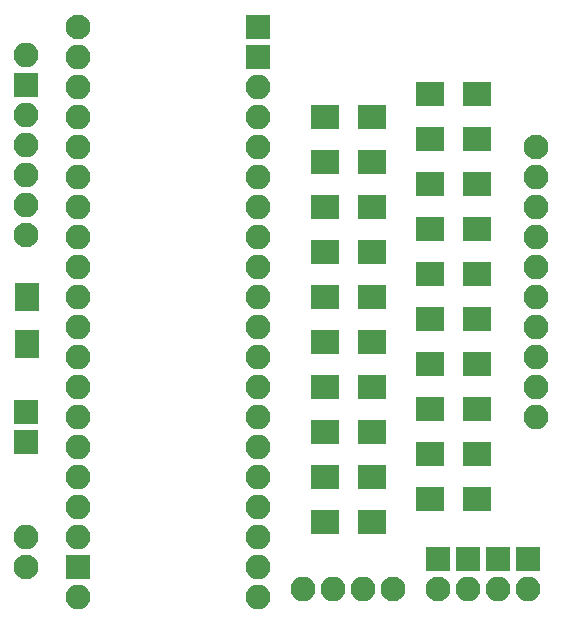
<source format=gts>
G04 #@! TF.FileFunction,Soldermask,Top*
%FSLAX46Y46*%
G04 Gerber Fmt 4.6, Leading zero omitted, Abs format (unit mm)*
G04 Created by KiCad (PCBNEW 4.0.7) date 12/25/17 13:45:12*
%MOMM*%
%LPD*%
G01*
G04 APERTURE LIST*
%ADD10C,0.100000*%
%ADD11C,2.100000*%
%ADD12R,2.100000X2.100000*%
%ADD13O,2.100000X2.100000*%
%ADD14R,2.400000X2.100000*%
%ADD15R,2.100000X2.400000*%
G04 APERTURE END LIST*
D10*
D11*
X148590000Y-151765000D03*
D12*
X148590000Y-149225000D03*
D13*
X151130000Y-151765000D03*
D12*
X151130000Y-149225000D03*
D13*
X153670000Y-151765000D03*
D12*
X153670000Y-149225000D03*
D13*
X156210000Y-151765000D03*
D12*
X156210000Y-149225000D03*
D11*
X156845000Y-114300000D03*
D13*
X156845000Y-116840000D03*
X156845000Y-119380000D03*
X156845000Y-121920000D03*
X156845000Y-124460000D03*
X156845000Y-127000000D03*
X156845000Y-129540000D03*
X156845000Y-132080000D03*
X156845000Y-134620000D03*
X156845000Y-137160000D03*
X118110000Y-152400000D03*
D12*
X118110000Y-149860000D03*
D13*
X118110000Y-147320000D03*
X118110000Y-144780000D03*
X118110000Y-142240000D03*
X118110000Y-139700000D03*
X118110000Y-137160000D03*
X118110000Y-134620000D03*
X118110000Y-132080000D03*
X118110000Y-129540000D03*
X118110000Y-127000000D03*
X118110000Y-124460000D03*
X118110000Y-121920000D03*
X118110000Y-119380000D03*
X118110000Y-116840000D03*
X118110000Y-114300000D03*
X118110000Y-111760000D03*
X118110000Y-109220000D03*
X118110000Y-106680000D03*
D11*
X118110000Y-104140000D03*
D12*
X133350000Y-104140000D03*
X133350000Y-106680000D03*
D13*
X133350000Y-109220000D03*
X133350000Y-111760000D03*
X133350000Y-114300000D03*
X133350000Y-116840000D03*
X133350000Y-119380000D03*
X133350000Y-121920000D03*
X133350000Y-124460000D03*
X133350000Y-127000000D03*
X133350000Y-129540000D03*
X133350000Y-132080000D03*
X133350000Y-134620000D03*
X133350000Y-137160000D03*
X133350000Y-139700000D03*
X133350000Y-142240000D03*
X133350000Y-144780000D03*
X133350000Y-147320000D03*
X133350000Y-149860000D03*
X133350000Y-152400000D03*
D14*
X138970000Y-111760000D03*
X142970000Y-111760000D03*
X138970000Y-115570000D03*
X142970000Y-115570000D03*
X138970000Y-119380000D03*
X142970000Y-119380000D03*
X138970000Y-123190000D03*
X142970000Y-123190000D03*
X138970000Y-127000000D03*
X142970000Y-127000000D03*
X138970000Y-130810000D03*
X142970000Y-130810000D03*
X138970000Y-134620000D03*
X142970000Y-134620000D03*
X138970000Y-138430000D03*
X142970000Y-138430000D03*
X138970000Y-142240000D03*
X142970000Y-142240000D03*
X138970000Y-146050000D03*
X142970000Y-146050000D03*
X151860000Y-109855000D03*
X147860000Y-109855000D03*
X151860000Y-113665000D03*
X147860000Y-113665000D03*
X151860000Y-117475000D03*
X147860000Y-117475000D03*
X151860000Y-121285000D03*
X147860000Y-121285000D03*
X151860000Y-125095000D03*
X147860000Y-125095000D03*
X151860000Y-128905000D03*
X147860000Y-128905000D03*
X151860000Y-132715000D03*
X147860000Y-132715000D03*
X151860000Y-136525000D03*
X147860000Y-136525000D03*
X151860000Y-140335000D03*
X147860000Y-140335000D03*
X151860000Y-144145000D03*
X147860000Y-144145000D03*
D11*
X113665000Y-121793000D03*
D13*
X113665000Y-119253000D03*
X113665000Y-116713000D03*
X113665000Y-114173000D03*
X113665000Y-111633000D03*
D12*
X113665000Y-109093000D03*
D13*
X113665000Y-106553000D03*
D12*
X113665000Y-139319000D03*
X113665000Y-136779000D03*
D15*
X113792000Y-127032000D03*
X113792000Y-131032000D03*
D11*
X113665000Y-149860000D03*
D13*
X113665000Y-147320000D03*
D11*
X144780000Y-151765000D03*
D13*
X142240000Y-151765000D03*
X139700000Y-151765000D03*
X137160000Y-151765000D03*
M02*

</source>
